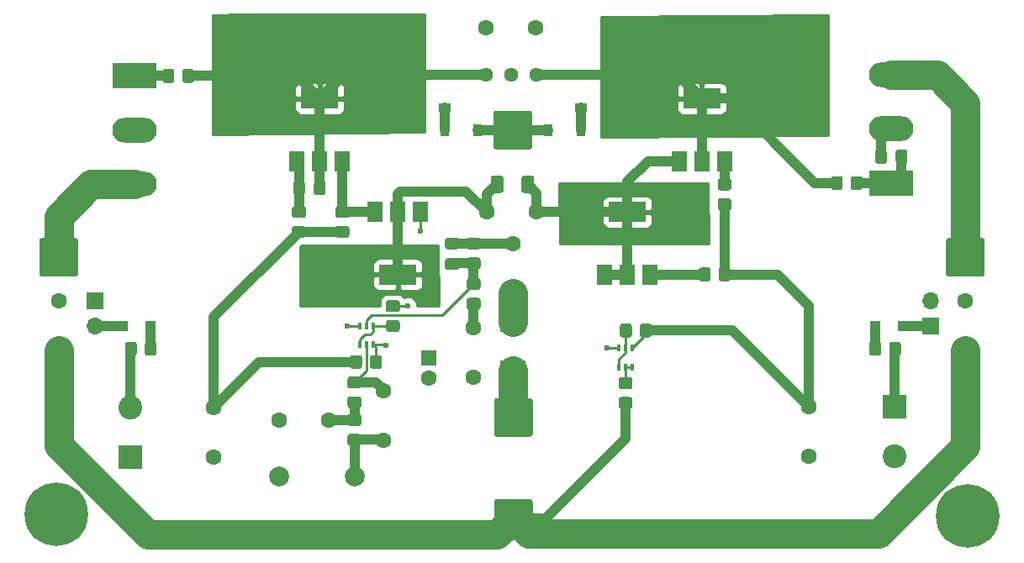
<source format=gbr>
G04 #@! TF.GenerationSoftware,KiCad,Pcbnew,(5.1.12-1-10_14)*
G04 #@! TF.CreationDate,2021-12-20T19:54:04+01:00*
G04 #@! TF.ProjectId,amp-mosfet-80w,616d702d-6d6f-4736-9665-742d3830772e,rev?*
G04 #@! TF.SameCoordinates,Original*
G04 #@! TF.FileFunction,Copper,L1,Top*
G04 #@! TF.FilePolarity,Positive*
%FSLAX46Y46*%
G04 Gerber Fmt 4.6, Leading zero omitted, Abs format (unit mm)*
G04 Created by KiCad (PCBNEW (5.1.12-1-10_14)) date 2021-12-20 19:54:04*
%MOMM*%
%LPD*%
G01*
G04 APERTURE LIST*
G04 #@! TA.AperFunction,SMDPad,CuDef*
%ADD10R,0.400000X0.650000*%
G04 #@! TD*
G04 #@! TA.AperFunction,SMDPad,CuDef*
%ADD11R,2.600000X2.100000*%
G04 #@! TD*
G04 #@! TA.AperFunction,ComponentPad*
%ADD12O,4.500000X2.500000*%
G04 #@! TD*
G04 #@! TA.AperFunction,ComponentPad*
%ADD13R,4.500000X2.500000*%
G04 #@! TD*
G04 #@! TA.AperFunction,SMDPad,CuDef*
%ADD14R,1.500000X2.000000*%
G04 #@! TD*
G04 #@! TA.AperFunction,SMDPad,CuDef*
%ADD15R,3.800000X2.000000*%
G04 #@! TD*
G04 #@! TA.AperFunction,SMDPad,CuDef*
%ADD16R,1.100000X1.100000*%
G04 #@! TD*
G04 #@! TA.AperFunction,SMDPad,CuDef*
%ADD17R,1.200000X0.900000*%
G04 #@! TD*
G04 #@! TA.AperFunction,SMDPad,CuDef*
%ADD18R,0.900000X1.200000*%
G04 #@! TD*
G04 #@! TA.AperFunction,ComponentPad*
%ADD19C,2.400000*%
G04 #@! TD*
G04 #@! TA.AperFunction,ComponentPad*
%ADD20R,2.400000X2.400000*%
G04 #@! TD*
G04 #@! TA.AperFunction,ComponentPad*
%ADD21C,2.000000*%
G04 #@! TD*
G04 #@! TA.AperFunction,ComponentPad*
%ADD22C,1.600000*%
G04 #@! TD*
G04 #@! TA.AperFunction,ComponentPad*
%ADD23C,1.440000*%
G04 #@! TD*
G04 #@! TA.AperFunction,ComponentPad*
%ADD24C,0.800000*%
G04 #@! TD*
G04 #@! TA.AperFunction,ComponentPad*
%ADD25C,6.400000*%
G04 #@! TD*
G04 #@! TA.AperFunction,ComponentPad*
%ADD26O,1.700000X1.700000*%
G04 #@! TD*
G04 #@! TA.AperFunction,ComponentPad*
%ADD27R,1.700000X1.700000*%
G04 #@! TD*
G04 #@! TA.AperFunction,ComponentPad*
%ADD28R,1.600000X1.600000*%
G04 #@! TD*
G04 #@! TA.AperFunction,ViaPad*
%ADD29C,0.800000*%
G04 #@! TD*
G04 #@! TA.AperFunction,ViaPad*
%ADD30C,0.600000*%
G04 #@! TD*
G04 #@! TA.AperFunction,Conductor*
%ADD31C,1.000000*%
G04 #@! TD*
G04 #@! TA.AperFunction,Conductor*
%ADD32C,3.000000*%
G04 #@! TD*
G04 #@! TA.AperFunction,Conductor*
%ADD33C,0.500000*%
G04 #@! TD*
G04 #@! TA.AperFunction,Conductor*
%ADD34C,0.250000*%
G04 #@! TD*
G04 #@! TA.AperFunction,Conductor*
%ADD35C,0.254000*%
G04 #@! TD*
G04 #@! TA.AperFunction,Conductor*
%ADD36C,0.100000*%
G04 #@! TD*
G04 APERTURE END LIST*
D10*
X170101500Y-78869500D03*
X171401500Y-78869500D03*
X170751500Y-80769500D03*
X170751500Y-78869500D03*
X171401500Y-80769500D03*
X170101500Y-80769500D03*
G04 #@! TA.AperFunction,SMDPad,CuDef*
G36*
G01*
X171383500Y-76638999D02*
X171383500Y-77539001D01*
G75*
G02*
X171133501Y-77789000I-249999J0D01*
G01*
X170433499Y-77789000D01*
G75*
G02*
X170183500Y-77539001I0J249999D01*
G01*
X170183500Y-76638999D01*
G75*
G02*
X170433499Y-76389000I249999J0D01*
G01*
X171133501Y-76389000D01*
G75*
G02*
X171383500Y-76638999I0J-249999D01*
G01*
G37*
G04 #@! TD.AperFunction*
G04 #@! TA.AperFunction,SMDPad,CuDef*
G36*
G01*
X173383500Y-76638999D02*
X173383500Y-77539001D01*
G75*
G02*
X173133501Y-77789000I-249999J0D01*
G01*
X172433499Y-77789000D01*
G75*
G02*
X172183500Y-77539001I0J249999D01*
G01*
X172183500Y-76638999D01*
G75*
G02*
X172433499Y-76389000I249999J0D01*
G01*
X173133501Y-76389000D01*
G75*
G02*
X173383500Y-76638999I0J-249999D01*
G01*
G37*
G04 #@! TD.AperFunction*
G04 #@! TA.AperFunction,SMDPad,CuDef*
G36*
G01*
X192624000Y-61779999D02*
X192624000Y-62680001D01*
G75*
G02*
X192374001Y-62930000I-249999J0D01*
G01*
X191673999Y-62930000D01*
G75*
G02*
X191424000Y-62680001I0J249999D01*
G01*
X191424000Y-61779999D01*
G75*
G02*
X191673999Y-61530000I249999J0D01*
G01*
X192374001Y-61530000D01*
G75*
G02*
X192624000Y-61779999I0J-249999D01*
G01*
G37*
G04 #@! TD.AperFunction*
G04 #@! TA.AperFunction,SMDPad,CuDef*
G36*
G01*
X194624000Y-61779999D02*
X194624000Y-62680001D01*
G75*
G02*
X194374001Y-62930000I-249999J0D01*
G01*
X193673999Y-62930000D01*
G75*
G02*
X193424000Y-62680001I0J249999D01*
G01*
X193424000Y-61779999D01*
G75*
G02*
X193673999Y-61530000I249999J0D01*
G01*
X194374001Y-61530000D01*
G75*
G02*
X194624000Y-61779999I0J-249999D01*
G01*
G37*
G04 #@! TD.AperFunction*
G04 #@! TA.AperFunction,SMDPad,CuDef*
G36*
G01*
X181171001Y-62973000D02*
X180270999Y-62973000D01*
G75*
G02*
X180021000Y-62723001I0J249999D01*
G01*
X180021000Y-62022999D01*
G75*
G02*
X180270999Y-61773000I249999J0D01*
G01*
X181171001Y-61773000D01*
G75*
G02*
X181421000Y-62022999I0J-249999D01*
G01*
X181421000Y-62723001D01*
G75*
G02*
X181171001Y-62973000I-249999J0D01*
G01*
G37*
G04 #@! TD.AperFunction*
G04 #@! TA.AperFunction,SMDPad,CuDef*
G36*
G01*
X181171001Y-64973000D02*
X180270999Y-64973000D01*
G75*
G02*
X180021000Y-64723001I0J249999D01*
G01*
X180021000Y-64022999D01*
G75*
G02*
X180270999Y-63773000I249999J0D01*
G01*
X181171001Y-63773000D01*
G75*
G02*
X181421000Y-64022999I0J-249999D01*
G01*
X181421000Y-64723001D01*
G75*
G02*
X181171001Y-64973000I-249999J0D01*
G01*
G37*
G04 #@! TD.AperFunction*
D11*
X159385000Y-81100000D03*
X159385000Y-76200000D03*
G04 #@! TA.AperFunction,SMDPad,CuDef*
G36*
G01*
X121536000Y-78480499D02*
X121536000Y-79380501D01*
G75*
G02*
X121286001Y-79630500I-249999J0D01*
G01*
X120585999Y-79630500D01*
G75*
G02*
X120336000Y-79380501I0J249999D01*
G01*
X120336000Y-78480499D01*
G75*
G02*
X120585999Y-78230500I249999J0D01*
G01*
X121286001Y-78230500D01*
G75*
G02*
X121536000Y-78480499I0J-249999D01*
G01*
G37*
G04 #@! TD.AperFunction*
G04 #@! TA.AperFunction,SMDPad,CuDef*
G36*
G01*
X123536000Y-78480499D02*
X123536000Y-79380501D01*
G75*
G02*
X123286001Y-79630500I-249999J0D01*
G01*
X122585999Y-79630500D01*
G75*
G02*
X122336000Y-79380501I0J249999D01*
G01*
X122336000Y-78480499D01*
G75*
G02*
X122585999Y-78230500I249999J0D01*
G01*
X123286001Y-78230500D01*
G75*
G02*
X123536000Y-78480499I0J-249999D01*
G01*
G37*
G04 #@! TD.AperFunction*
G04 #@! TA.AperFunction,SMDPad,CuDef*
G36*
G01*
X196497500Y-78480499D02*
X196497500Y-79380501D01*
G75*
G02*
X196247501Y-79630500I-249999J0D01*
G01*
X195547499Y-79630500D01*
G75*
G02*
X195297500Y-79380501I0J249999D01*
G01*
X195297500Y-78480499D01*
G75*
G02*
X195547499Y-78230500I249999J0D01*
G01*
X196247501Y-78230500D01*
G75*
G02*
X196497500Y-78480499I0J-249999D01*
G01*
G37*
G04 #@! TD.AperFunction*
G04 #@! TA.AperFunction,SMDPad,CuDef*
G36*
G01*
X198497500Y-78480499D02*
X198497500Y-79380501D01*
G75*
G02*
X198247501Y-79630500I-249999J0D01*
G01*
X197547499Y-79630500D01*
G75*
G02*
X197297500Y-79380501I0J249999D01*
G01*
X197297500Y-78480499D01*
G75*
G02*
X197547499Y-78230500I249999J0D01*
G01*
X198247501Y-78230500D01*
G75*
G02*
X198497500Y-78480499I0J-249999D01*
G01*
G37*
G04 #@! TD.AperFunction*
G04 #@! TA.AperFunction,SMDPad,CuDef*
G36*
G01*
X126114000Y-51885001D02*
X126114000Y-50984999D01*
G75*
G02*
X126363999Y-50735000I249999J0D01*
G01*
X127064001Y-50735000D01*
G75*
G02*
X127314000Y-50984999I0J-249999D01*
G01*
X127314000Y-51885001D01*
G75*
G02*
X127064001Y-52135000I-249999J0D01*
G01*
X126363999Y-52135000D01*
G75*
G02*
X126114000Y-51885001I0J249999D01*
G01*
G37*
G04 #@! TD.AperFunction*
G04 #@! TA.AperFunction,SMDPad,CuDef*
G36*
G01*
X124114000Y-51885001D02*
X124114000Y-50984999D01*
G75*
G02*
X124363999Y-50735000I249999J0D01*
G01*
X125064001Y-50735000D01*
G75*
G02*
X125314000Y-50984999I0J-249999D01*
G01*
X125314000Y-51885001D01*
G75*
G02*
X125064001Y-52135000I-249999J0D01*
G01*
X124363999Y-52135000D01*
G75*
G02*
X124114000Y-51885001I0J249999D01*
G01*
G37*
G04 #@! TD.AperFunction*
G04 #@! TA.AperFunction,SMDPad,CuDef*
G36*
G01*
X141789999Y-66551000D02*
X142690001Y-66551000D01*
G75*
G02*
X142940000Y-66800999I0J-249999D01*
G01*
X142940000Y-67501001D01*
G75*
G02*
X142690001Y-67751000I-249999J0D01*
G01*
X141789999Y-67751000D01*
G75*
G02*
X141540000Y-67501001I0J249999D01*
G01*
X141540000Y-66800999D01*
G75*
G02*
X141789999Y-66551000I249999J0D01*
G01*
G37*
G04 #@! TD.AperFunction*
G04 #@! TA.AperFunction,SMDPad,CuDef*
G36*
G01*
X141789999Y-64551000D02*
X142690001Y-64551000D01*
G75*
G02*
X142940000Y-64800999I0J-249999D01*
G01*
X142940000Y-65501001D01*
G75*
G02*
X142690001Y-65751000I-249999J0D01*
G01*
X141789999Y-65751000D01*
G75*
G02*
X141540000Y-65501001I0J249999D01*
G01*
X141540000Y-64800999D01*
G75*
G02*
X141789999Y-64551000I249999J0D01*
G01*
G37*
G04 #@! TD.AperFunction*
G04 #@! TA.AperFunction,SMDPad,CuDef*
G36*
G01*
X154997999Y-69726000D02*
X155898001Y-69726000D01*
G75*
G02*
X156148000Y-69975999I0J-249999D01*
G01*
X156148000Y-70676001D01*
G75*
G02*
X155898001Y-70926000I-249999J0D01*
G01*
X154997999Y-70926000D01*
G75*
G02*
X154748000Y-70676001I0J249999D01*
G01*
X154748000Y-69975999D01*
G75*
G02*
X154997999Y-69726000I249999J0D01*
G01*
G37*
G04 #@! TD.AperFunction*
G04 #@! TA.AperFunction,SMDPad,CuDef*
G36*
G01*
X154997999Y-67726000D02*
X155898001Y-67726000D01*
G75*
G02*
X156148000Y-67975999I0J-249999D01*
G01*
X156148000Y-68676001D01*
G75*
G02*
X155898001Y-68926000I-249999J0D01*
G01*
X154997999Y-68926000D01*
G75*
G02*
X154748000Y-68676001I0J249999D01*
G01*
X154748000Y-67975999D01*
G75*
G02*
X154997999Y-67726000I249999J0D01*
G01*
G37*
G04 #@! TD.AperFunction*
G04 #@! TA.AperFunction,SMDPad,CuDef*
G36*
G01*
X154997999Y-73790000D02*
X155898001Y-73790000D01*
G75*
G02*
X156148000Y-74039999I0J-249999D01*
G01*
X156148000Y-74740001D01*
G75*
G02*
X155898001Y-74990000I-249999J0D01*
G01*
X154997999Y-74990000D01*
G75*
G02*
X154748000Y-74740001I0J249999D01*
G01*
X154748000Y-74039999D01*
G75*
G02*
X154997999Y-73790000I249999J0D01*
G01*
G37*
G04 #@! TD.AperFunction*
G04 #@! TA.AperFunction,SMDPad,CuDef*
G36*
G01*
X154997999Y-71790000D02*
X155898001Y-71790000D01*
G75*
G02*
X156148000Y-72039999I0J-249999D01*
G01*
X156148000Y-72740001D01*
G75*
G02*
X155898001Y-72990000I-249999J0D01*
G01*
X154997999Y-72990000D01*
G75*
G02*
X154748000Y-72740001I0J249999D01*
G01*
X154748000Y-72039999D01*
G75*
G02*
X154997999Y-71790000I249999J0D01*
G01*
G37*
G04 #@! TD.AperFunction*
G04 #@! TA.AperFunction,SMDPad,CuDef*
G36*
G01*
X158459000Y-61732000D02*
X158459000Y-62982000D01*
G75*
G02*
X158209000Y-63232000I-250000J0D01*
G01*
X157409000Y-63232000D01*
G75*
G02*
X157159000Y-62982000I0J250000D01*
G01*
X157159000Y-61732000D01*
G75*
G02*
X157409000Y-61482000I250000J0D01*
G01*
X158209000Y-61482000D01*
G75*
G02*
X158459000Y-61732000I0J-250000D01*
G01*
G37*
G04 #@! TD.AperFunction*
G04 #@! TA.AperFunction,SMDPad,CuDef*
G36*
G01*
X161559000Y-61732000D02*
X161559000Y-62982000D01*
G75*
G02*
X161309000Y-63232000I-250000J0D01*
G01*
X160509000Y-63232000D01*
G75*
G02*
X160259000Y-62982000I0J250000D01*
G01*
X160259000Y-61732000D01*
G75*
G02*
X160509000Y-61482000I250000J0D01*
G01*
X161309000Y-61482000D01*
G75*
G02*
X161559000Y-61732000I0J-250000D01*
G01*
G37*
G04 #@! TD.AperFunction*
G04 #@! TA.AperFunction,SMDPad,CuDef*
G36*
G01*
X179321000Y-70987499D02*
X179321000Y-71887501D01*
G75*
G02*
X179071001Y-72137500I-249999J0D01*
G01*
X178370999Y-72137500D01*
G75*
G02*
X178121000Y-71887501I0J249999D01*
G01*
X178121000Y-70987499D01*
G75*
G02*
X178370999Y-70737500I249999J0D01*
G01*
X179071001Y-70737500D01*
G75*
G02*
X179321000Y-70987499I0J-249999D01*
G01*
G37*
G04 #@! TD.AperFunction*
G04 #@! TA.AperFunction,SMDPad,CuDef*
G36*
G01*
X181321000Y-70987499D02*
X181321000Y-71887501D01*
G75*
G02*
X181071001Y-72137500I-249999J0D01*
G01*
X180370999Y-72137500D01*
G75*
G02*
X180121000Y-71887501I0J249999D01*
G01*
X180121000Y-70987499D01*
G75*
G02*
X180370999Y-70737500I249999J0D01*
G01*
X181071001Y-70737500D01*
G75*
G02*
X181321000Y-70987499I0J-249999D01*
G01*
G37*
G04 #@! TD.AperFunction*
G04 #@! TA.AperFunction,SMDPad,CuDef*
G36*
G01*
X144205500Y-79813999D02*
X144205500Y-80714001D01*
G75*
G02*
X143955501Y-80964000I-249999J0D01*
G01*
X143255499Y-80964000D01*
G75*
G02*
X143005500Y-80714001I0J249999D01*
G01*
X143005500Y-79813999D01*
G75*
G02*
X143255499Y-79564000I249999J0D01*
G01*
X143955501Y-79564000D01*
G75*
G02*
X144205500Y-79813999I0J-249999D01*
G01*
G37*
G04 #@! TD.AperFunction*
G04 #@! TA.AperFunction,SMDPad,CuDef*
G36*
G01*
X146205500Y-79813999D02*
X146205500Y-80714001D01*
G75*
G02*
X145955501Y-80964000I-249999J0D01*
G01*
X145255499Y-80964000D01*
G75*
G02*
X145005500Y-80714001I0J249999D01*
G01*
X145005500Y-79813999D01*
G75*
G02*
X145255499Y-79564000I249999J0D01*
G01*
X145955501Y-79564000D01*
G75*
G02*
X146205500Y-79813999I0J-249999D01*
G01*
G37*
G04 #@! TD.AperFunction*
G04 #@! TA.AperFunction,SMDPad,CuDef*
G36*
G01*
X146869999Y-76028500D02*
X147770001Y-76028500D01*
G75*
G02*
X148020000Y-76278499I0J-249999D01*
G01*
X148020000Y-76978501D01*
G75*
G02*
X147770001Y-77228500I-249999J0D01*
G01*
X146869999Y-77228500D01*
G75*
G02*
X146620000Y-76978501I0J249999D01*
G01*
X146620000Y-76278499D01*
G75*
G02*
X146869999Y-76028500I249999J0D01*
G01*
G37*
G04 #@! TD.AperFunction*
G04 #@! TA.AperFunction,SMDPad,CuDef*
G36*
G01*
X146869999Y-74028500D02*
X147770001Y-74028500D01*
G75*
G02*
X148020000Y-74278499I0J-249999D01*
G01*
X148020000Y-74978501D01*
G75*
G02*
X147770001Y-75228500I-249999J0D01*
G01*
X146869999Y-75228500D01*
G75*
G02*
X146620000Y-74978501I0J249999D01*
G01*
X146620000Y-74278499D01*
G75*
G02*
X146869999Y-74028500I249999J0D01*
G01*
G37*
G04 #@! TD.AperFunction*
G04 #@! TA.AperFunction,SMDPad,CuDef*
G36*
G01*
X137408499Y-66551000D02*
X138308501Y-66551000D01*
G75*
G02*
X138558500Y-66800999I0J-249999D01*
G01*
X138558500Y-67501001D01*
G75*
G02*
X138308501Y-67751000I-249999J0D01*
G01*
X137408499Y-67751000D01*
G75*
G02*
X137158500Y-67501001I0J249999D01*
G01*
X137158500Y-66800999D01*
G75*
G02*
X137408499Y-66551000I249999J0D01*
G01*
G37*
G04 #@! TD.AperFunction*
G04 #@! TA.AperFunction,SMDPad,CuDef*
G36*
G01*
X137408499Y-64551000D02*
X138308501Y-64551000D01*
G75*
G02*
X138558500Y-64800999I0J-249999D01*
G01*
X138558500Y-65501001D01*
G75*
G02*
X138308501Y-65751000I-249999J0D01*
G01*
X137408499Y-65751000D01*
G75*
G02*
X137158500Y-65501001I0J249999D01*
G01*
X137158500Y-64800999D01*
G75*
G02*
X137408499Y-64551000I249999J0D01*
G01*
G37*
G04 #@! TD.AperFunction*
G04 #@! TA.AperFunction,SMDPad,CuDef*
G36*
G01*
X170301499Y-83791500D02*
X171201501Y-83791500D01*
G75*
G02*
X171451500Y-84041499I0J-249999D01*
G01*
X171451500Y-84741501D01*
G75*
G02*
X171201501Y-84991500I-249999J0D01*
G01*
X170301499Y-84991500D01*
G75*
G02*
X170051500Y-84741501I0J249999D01*
G01*
X170051500Y-84041499D01*
G75*
G02*
X170301499Y-83791500I249999J0D01*
G01*
G37*
G04 #@! TD.AperFunction*
G04 #@! TA.AperFunction,SMDPad,CuDef*
G36*
G01*
X170301499Y-81791500D02*
X171201501Y-81791500D01*
G75*
G02*
X171451500Y-82041499I0J-249999D01*
G01*
X171451500Y-82741501D01*
G75*
G02*
X171201501Y-82991500I-249999J0D01*
G01*
X170301499Y-82991500D01*
G75*
G02*
X170051500Y-82741501I0J249999D01*
G01*
X170051500Y-82041499D01*
G75*
G02*
X170301499Y-81791500I249999J0D01*
G01*
G37*
G04 #@! TD.AperFunction*
G04 #@! TA.AperFunction,SMDPad,CuDef*
G36*
G01*
X142996499Y-83728000D02*
X143896501Y-83728000D01*
G75*
G02*
X144146500Y-83977999I0J-249999D01*
G01*
X144146500Y-84678001D01*
G75*
G02*
X143896501Y-84928000I-249999J0D01*
G01*
X142996499Y-84928000D01*
G75*
G02*
X142746500Y-84678001I0J249999D01*
G01*
X142746500Y-83977999D01*
G75*
G02*
X142996499Y-83728000I249999J0D01*
G01*
G37*
G04 #@! TD.AperFunction*
G04 #@! TA.AperFunction,SMDPad,CuDef*
G36*
G01*
X142996499Y-81728000D02*
X143896501Y-81728000D01*
G75*
G02*
X144146500Y-81977999I0J-249999D01*
G01*
X144146500Y-82678001D01*
G75*
G02*
X143896501Y-82928000I-249999J0D01*
G01*
X142996499Y-82928000D01*
G75*
G02*
X142746500Y-82678001I0J249999D01*
G01*
X142746500Y-81977999D01*
G75*
G02*
X142996499Y-81728000I249999J0D01*
G01*
G37*
G04 #@! TD.AperFunction*
G04 #@! TA.AperFunction,SMDPad,CuDef*
G36*
G01*
X142996499Y-87506000D02*
X143896501Y-87506000D01*
G75*
G02*
X144146500Y-87755999I0J-249999D01*
G01*
X144146500Y-88456001D01*
G75*
G02*
X143896501Y-88706000I-249999J0D01*
G01*
X142996499Y-88706000D01*
G75*
G02*
X142746500Y-88456001I0J249999D01*
G01*
X142746500Y-87755999D01*
G75*
G02*
X142996499Y-87506000I249999J0D01*
G01*
G37*
G04 #@! TD.AperFunction*
G04 #@! TA.AperFunction,SMDPad,CuDef*
G36*
G01*
X142996499Y-85506000D02*
X143896501Y-85506000D01*
G75*
G02*
X144146500Y-85755999I0J-249999D01*
G01*
X144146500Y-86456001D01*
G75*
G02*
X143896501Y-86706000I-249999J0D01*
G01*
X142996499Y-86706000D01*
G75*
G02*
X142746500Y-86456001I0J249999D01*
G01*
X142746500Y-85755999D01*
G75*
G02*
X142996499Y-85506000I249999J0D01*
G01*
G37*
G04 #@! TD.AperFunction*
D12*
X197485000Y-51308000D03*
X197485000Y-56758000D03*
D13*
X197485000Y-62208000D03*
D12*
X121285000Y-62335000D03*
X121285000Y-56885000D03*
D13*
X121285000Y-51435000D03*
D14*
X137654000Y-60021000D03*
X142254000Y-60021000D03*
X139954000Y-60021000D03*
D15*
X139954000Y-53721000D03*
D14*
X176135000Y-60021000D03*
X180735000Y-60021000D03*
X178435000Y-60021000D03*
D15*
X178435000Y-53721000D03*
D14*
X168642000Y-71451000D03*
X173242000Y-71451000D03*
X170942000Y-71451000D03*
D15*
X170942000Y-65151000D03*
D14*
X150128000Y-65151000D03*
X145528000Y-65151000D03*
X147828000Y-65151000D03*
D15*
X147828000Y-71451000D03*
D10*
X144005500Y-76632000D03*
X145305500Y-76632000D03*
X144655500Y-78532000D03*
X144655500Y-76632000D03*
X145305500Y-78532000D03*
X144005500Y-78532000D03*
D16*
X122942000Y-76644500D03*
X120142000Y-76644500D03*
X198691500Y-76644500D03*
X195891500Y-76644500D03*
D17*
X152527000Y-51308000D03*
X152527000Y-54608000D03*
D18*
X155828000Y-56896000D03*
X152528000Y-56896000D03*
X162942000Y-56896000D03*
X166242000Y-56896000D03*
D17*
X166243000Y-51308000D03*
X166243000Y-54608000D03*
G04 #@! TA.AperFunction,SMDPad,CuDef*
G36*
G01*
X152814000Y-69813500D02*
X153764000Y-69813500D01*
G75*
G02*
X154014000Y-70063500I0J-250000D01*
G01*
X154014000Y-70738500D01*
G75*
G02*
X153764000Y-70988500I-250000J0D01*
G01*
X152814000Y-70988500D01*
G75*
G02*
X152564000Y-70738500I0J250000D01*
G01*
X152564000Y-70063500D01*
G75*
G02*
X152814000Y-69813500I250000J0D01*
G01*
G37*
G04 #@! TD.AperFunction*
G04 #@! TA.AperFunction,SMDPad,CuDef*
G36*
G01*
X152814000Y-67738500D02*
X153764000Y-67738500D01*
G75*
G02*
X154014000Y-67988500I0J-250000D01*
G01*
X154014000Y-68663500D01*
G75*
G02*
X153764000Y-68913500I-250000J0D01*
G01*
X152814000Y-68913500D01*
G75*
G02*
X152564000Y-68663500I0J250000D01*
G01*
X152564000Y-67988500D01*
G75*
G02*
X152814000Y-67738500I250000J0D01*
G01*
G37*
G04 #@! TD.AperFunction*
D19*
X120904000Y-84836000D03*
D20*
X120904000Y-89836000D03*
D19*
X197866000Y-89772500D03*
D20*
X197866000Y-84772500D03*
G04 #@! TA.AperFunction,SMDPad,CuDef*
G36*
G01*
X197956500Y-60038000D02*
X197956500Y-59088000D01*
G75*
G02*
X198206500Y-58838000I250000J0D01*
G01*
X198881500Y-58838000D01*
G75*
G02*
X199131500Y-59088000I0J-250000D01*
G01*
X199131500Y-60038000D01*
G75*
G02*
X198881500Y-60288000I-250000J0D01*
G01*
X198206500Y-60288000D01*
G75*
G02*
X197956500Y-60038000I0J250000D01*
G01*
G37*
G04 #@! TD.AperFunction*
G04 #@! TA.AperFunction,SMDPad,CuDef*
G36*
G01*
X195881500Y-60038000D02*
X195881500Y-59088000D01*
G75*
G02*
X196131500Y-58838000I250000J0D01*
G01*
X196806500Y-58838000D01*
G75*
G02*
X197056500Y-59088000I0J-250000D01*
G01*
X197056500Y-60038000D01*
G75*
G02*
X196806500Y-60288000I-250000J0D01*
G01*
X196131500Y-60288000D01*
G75*
G02*
X195881500Y-60038000I0J250000D01*
G01*
G37*
G04 #@! TD.AperFunction*
G04 #@! TA.AperFunction,SMDPad,CuDef*
G36*
G01*
X139366500Y-63213000D02*
X139366500Y-62263000D01*
G75*
G02*
X139616500Y-62013000I250000J0D01*
G01*
X140291500Y-62013000D01*
G75*
G02*
X140541500Y-62263000I0J-250000D01*
G01*
X140541500Y-63213000D01*
G75*
G02*
X140291500Y-63463000I-250000J0D01*
G01*
X139616500Y-63463000D01*
G75*
G02*
X139366500Y-63213000I0J250000D01*
G01*
G37*
G04 #@! TD.AperFunction*
G04 #@! TA.AperFunction,SMDPad,CuDef*
G36*
G01*
X137291500Y-63213000D02*
X137291500Y-62263000D01*
G75*
G02*
X137541500Y-62013000I250000J0D01*
G01*
X138216500Y-62013000D01*
G75*
G02*
X138466500Y-62263000I0J-250000D01*
G01*
X138466500Y-63213000D01*
G75*
G02*
X138216500Y-63463000I-250000J0D01*
G01*
X137541500Y-63463000D01*
G75*
G02*
X137291500Y-63213000I0J250000D01*
G01*
G37*
G04 #@! TD.AperFunction*
D21*
X143446500Y-91821000D03*
X135890000Y-91821000D03*
D22*
X113665000Y-74104500D03*
X113665000Y-79104500D03*
X204978000Y-79104500D03*
X204978000Y-74104500D03*
D23*
X156718000Y-51308000D03*
X159258000Y-51308000D03*
X161798000Y-51308000D03*
D24*
X206929056Y-94060944D03*
X205232000Y-93358000D03*
X203534944Y-94060944D03*
X202832000Y-95758000D03*
X203534944Y-97455056D03*
X205232000Y-98158000D03*
X206929056Y-97455056D03*
X207632000Y-95758000D03*
D25*
X205232000Y-95758000D03*
D24*
X115108056Y-93933944D03*
X113411000Y-93231000D03*
X111713944Y-93933944D03*
X111011000Y-95631000D03*
X111713944Y-97328056D03*
X113411000Y-98031000D03*
X115108056Y-97328056D03*
X115811000Y-95631000D03*
D25*
X113411000Y-95631000D03*
D26*
X117284500Y-76644500D03*
D27*
X117284500Y-74104500D03*
D26*
X201485500Y-74104500D03*
D27*
X201485500Y-76644500D03*
G04 #@! TA.AperFunction,ComponentPad*
G36*
G01*
X157498500Y-97711999D02*
X157498500Y-94312001D01*
G75*
G02*
X157748501Y-94062000I250001J0D01*
G01*
X161148499Y-94062000D01*
G75*
G02*
X161398500Y-94312001I0J-250001D01*
G01*
X161398500Y-97711999D01*
G75*
G02*
X161148499Y-97962000I-250001J0D01*
G01*
X157748501Y-97962000D01*
G75*
G02*
X157498500Y-97711999I0J250001D01*
G01*
G37*
G04 #@! TD.AperFunction*
G04 #@! TA.AperFunction,ComponentPad*
G36*
G01*
X157498500Y-87551999D02*
X157498500Y-84152001D01*
G75*
G02*
X157748501Y-83902000I250001J0D01*
G01*
X161148499Y-83902000D01*
G75*
G02*
X161398500Y-84152001I0J-250001D01*
G01*
X161398500Y-87551999D01*
G75*
G02*
X161148499Y-87802000I-250001J0D01*
G01*
X157748501Y-87802000D01*
G75*
G02*
X157498500Y-87551999I0J250001D01*
G01*
G37*
G04 #@! TD.AperFunction*
G04 #@! TA.AperFunction,ComponentPad*
G36*
G01*
X157435000Y-58595999D02*
X157435000Y-55196001D01*
G75*
G02*
X157685001Y-54946000I250001J0D01*
G01*
X161084999Y-54946000D01*
G75*
G02*
X161335000Y-55196001I0J-250001D01*
G01*
X161335000Y-58595999D01*
G75*
G02*
X161084999Y-58846000I-250001J0D01*
G01*
X157685001Y-58846000D01*
G75*
G02*
X157435000Y-58595999I0J250001D01*
G01*
G37*
G04 #@! TD.AperFunction*
G04 #@! TA.AperFunction,ComponentPad*
G36*
G01*
X111715000Y-71422999D02*
X111715000Y-68023001D01*
G75*
G02*
X111965001Y-67773000I250001J0D01*
G01*
X115364999Y-67773000D01*
G75*
G02*
X115615000Y-68023001I0J-250001D01*
G01*
X115615000Y-71422999D01*
G75*
G02*
X115364999Y-71673000I-250001J0D01*
G01*
X111965001Y-71673000D01*
G75*
G02*
X111715000Y-71422999I0J250001D01*
G01*
G37*
G04 #@! TD.AperFunction*
G04 #@! TA.AperFunction,ComponentPad*
G36*
G01*
X203028000Y-71422999D02*
X203028000Y-68023001D01*
G75*
G02*
X203278001Y-67773000I250001J0D01*
G01*
X206677999Y-67773000D01*
G75*
G02*
X206928000Y-68023001I0J-250001D01*
G01*
X206928000Y-71422999D01*
G75*
G02*
X206677999Y-71673000I-250001J0D01*
G01*
X203278001Y-71673000D01*
G75*
G02*
X203028000Y-71422999I0J250001D01*
G01*
G37*
G04 #@! TD.AperFunction*
D22*
X159385000Y-73326000D03*
X159385000Y-68326000D03*
X129286000Y-84836000D03*
X129286000Y-89836000D03*
X189230000Y-89789000D03*
X189230000Y-84789000D03*
X161718000Y-46609000D03*
X156718000Y-46609000D03*
X155448000Y-81835000D03*
X155448000Y-76835000D03*
X150939500Y-81883000D03*
D28*
X150939500Y-79883000D03*
D22*
X156798000Y-65151000D03*
X161798000Y-65151000D03*
X146367500Y-88121500D03*
X146367500Y-83121500D03*
X135890000Y-86106000D03*
X140890000Y-86106000D03*
D29*
X137858500Y-64008000D03*
D30*
X142748000Y-76644500D03*
X146621500Y-78549500D03*
X150114000Y-67056000D03*
X168846500Y-78867000D03*
X148844000Y-74612500D03*
D31*
X140890000Y-86106000D02*
X143446500Y-86106000D01*
X143446500Y-86106000D02*
X143446500Y-84328000D01*
D32*
X113665000Y-88632998D02*
X122695002Y-97663000D01*
X113665000Y-79104500D02*
X113665000Y-88632998D01*
X157797500Y-97663000D02*
X159448500Y-96012000D01*
X122695002Y-97663000D02*
X157797500Y-97663000D01*
X204978000Y-88759998D02*
X196201998Y-97536000D01*
X204978000Y-79104500D02*
X204978000Y-88759998D01*
X160972500Y-97536000D02*
X159448500Y-96012000D01*
X196201998Y-97536000D02*
X160972500Y-97536000D01*
X159385000Y-85788500D02*
X159448500Y-85852000D01*
X159385000Y-81100000D02*
X159385000Y-85788500D01*
D33*
X159448500Y-96012000D02*
X159448500Y-95694500D01*
D31*
X159448500Y-96012000D02*
X162687000Y-96012000D01*
X170751500Y-87947500D02*
X170751500Y-84391500D01*
X162687000Y-96012000D02*
X170751500Y-87947500D01*
X143446500Y-91821000D02*
X143446500Y-88106000D01*
X146352000Y-88106000D02*
X146367500Y-88121500D01*
X143446500Y-88106000D02*
X146352000Y-88106000D01*
X145574000Y-82328000D02*
X146367500Y-83121500D01*
X143446500Y-82328000D02*
X145574000Y-82328000D01*
D34*
X144655500Y-81119000D02*
X143446500Y-82328000D01*
X144655500Y-78532000D02*
X144655500Y-81119000D01*
D31*
X156798000Y-65151000D02*
X154702500Y-63055500D01*
X154702500Y-63055500D02*
X148082000Y-63055500D01*
X147828000Y-63309500D02*
X147828000Y-65151000D01*
X148082000Y-63055500D02*
X147828000Y-63309500D01*
X156798000Y-63368000D02*
X157809000Y-62357000D01*
X156798000Y-65151000D02*
X156798000Y-63368000D01*
X147828000Y-65151000D02*
X147828000Y-71451000D01*
D33*
X170942000Y-65151000D02*
X171005000Y-65151000D01*
D31*
X176135000Y-60021000D02*
X173024000Y-60021000D01*
X170942000Y-62103000D02*
X170942000Y-65151000D01*
X173024000Y-60021000D02*
X170942000Y-62103000D01*
X170942000Y-71451000D02*
X170942000Y-65151000D01*
X170942000Y-71451000D02*
X168642000Y-71451000D01*
X161798000Y-63246000D02*
X160909000Y-62357000D01*
X161798000Y-65151000D02*
X161798000Y-63246000D01*
X170942000Y-65151000D02*
X161798000Y-65151000D01*
X155448000Y-76835000D02*
X155448000Y-74390000D01*
X155448000Y-72390000D02*
X155448000Y-70326000D01*
X153364000Y-70326000D02*
X153289000Y-70401000D01*
X155448000Y-70326000D02*
X153364000Y-70326000D01*
D34*
X145158990Y-75553510D02*
X152284490Y-75553510D01*
X152284490Y-75553510D02*
X155448000Y-72390000D01*
X144655500Y-76057000D02*
X145158990Y-75553510D01*
X144655500Y-76632000D02*
X144655500Y-76057000D01*
D31*
X196469000Y-57774000D02*
X197485000Y-56758000D01*
X196469000Y-59563000D02*
X196469000Y-57774000D01*
X162942000Y-56896000D02*
X159385000Y-56896000D01*
X155828000Y-56896000D02*
X159385000Y-56896000D01*
X159385000Y-68326000D02*
X155448000Y-68326000D01*
X155448000Y-68326000D02*
X153289000Y-68326000D01*
X178435000Y-60021000D02*
X178435000Y-53721000D01*
X178435000Y-53721000D02*
X181292500Y-53721000D01*
X189801500Y-62230000D02*
X192024000Y-62230000D01*
X181292500Y-53721000D02*
X189801500Y-62230000D01*
X176022000Y-51308000D02*
X178435000Y-53721000D01*
X166243000Y-51308000D02*
X176022000Y-51308000D01*
X166243000Y-51308000D02*
X161798000Y-51308000D01*
X156718000Y-51308000D02*
X152527000Y-51308000D01*
X142367000Y-51308000D02*
X139954000Y-53721000D01*
X152527000Y-51308000D02*
X142367000Y-51308000D01*
X139954000Y-60021000D02*
X139954000Y-53721000D01*
X137668000Y-51435000D02*
X139954000Y-53721000D01*
X126714000Y-51435000D02*
X137668000Y-51435000D01*
X139954000Y-62738000D02*
X139954000Y-60021000D01*
D33*
X137654000Y-62513000D02*
X137879000Y-62738000D01*
D31*
X137879000Y-60246000D02*
X137654000Y-60021000D01*
X137879000Y-62738000D02*
X137879000Y-60246000D01*
X137858500Y-62758500D02*
X137879000Y-62738000D01*
X137858500Y-65151000D02*
X137858500Y-64008000D01*
X137858500Y-64008000D02*
X137858500Y-62758500D01*
D34*
X142760500Y-76632000D02*
X142748000Y-76644500D01*
X144005500Y-76632000D02*
X142760500Y-76632000D01*
D31*
X197866000Y-78962000D02*
X197897500Y-78930500D01*
X197866000Y-84772500D02*
X197866000Y-78962000D01*
D34*
X172783500Y-77487500D02*
X171401500Y-78869500D01*
X172783500Y-77089000D02*
X172783500Y-77487500D01*
D31*
X180721000Y-71437500D02*
X180721000Y-64373000D01*
X189230000Y-84789000D02*
X189230000Y-74612500D01*
X186055000Y-71437500D02*
X180721000Y-71437500D01*
X189230000Y-74612500D02*
X186055000Y-71437500D01*
X189230000Y-84789000D02*
X181530000Y-77089000D01*
X181530000Y-77089000D02*
X172783500Y-77089000D01*
X120904000Y-78962500D02*
X120936000Y-78930500D01*
X120904000Y-84836000D02*
X120904000Y-78962500D01*
X133858000Y-80264000D02*
X129286000Y-84836000D01*
X143605500Y-80264000D02*
X133858000Y-80264000D01*
X129286000Y-75723500D02*
X137858500Y-67151000D01*
X129286000Y-84836000D02*
X129286000Y-75723500D01*
X137858500Y-67151000D02*
X142240000Y-67151000D01*
D32*
X159385000Y-73326000D02*
X159385000Y-76200000D01*
D31*
X198544000Y-61149000D02*
X197485000Y-62208000D01*
X198544000Y-59563000D02*
X198544000Y-61149000D01*
X194046000Y-62208000D02*
X194024000Y-62230000D01*
X197485000Y-62208000D02*
X194046000Y-62208000D01*
D33*
X166242000Y-54609000D02*
X166243000Y-54608000D01*
D31*
X166243000Y-56895000D02*
X166242000Y-56896000D01*
X166243000Y-54608000D02*
X166243000Y-56895000D01*
X152528000Y-54609000D02*
X152527000Y-54608000D01*
X152528000Y-56896000D02*
X152528000Y-54609000D01*
X201485500Y-76644500D02*
X198691500Y-76644500D01*
X195891500Y-78924500D02*
X195897500Y-78930500D01*
X195891500Y-76644500D02*
X195891500Y-78924500D01*
X122936000Y-76650500D02*
X122942000Y-76644500D01*
X122936000Y-78930500D02*
X122936000Y-76650500D01*
X120142000Y-76644500D02*
X117284500Y-76644500D01*
D34*
X145605500Y-78832000D02*
X145305500Y-78532000D01*
X145605500Y-80264000D02*
X145605500Y-78832000D01*
X146604000Y-78532000D02*
X146621500Y-78549500D01*
X145305500Y-78532000D02*
X146604000Y-78532000D01*
X150114000Y-65165000D02*
X150128000Y-65151000D01*
X150114000Y-67056000D02*
X150114000Y-65165000D01*
D31*
X124714000Y-51435000D02*
X121285000Y-51435000D01*
D32*
X204978000Y-69723000D02*
X204978000Y-54165500D01*
X202120500Y-51308000D02*
X197485000Y-51308000D01*
X204978000Y-54165500D02*
X202120500Y-51308000D01*
X113665000Y-69723000D02*
X113665000Y-65595500D01*
X116925500Y-62335000D02*
X121285000Y-62335000D01*
X113665000Y-65595500D02*
X116925500Y-62335000D01*
D34*
X147316500Y-76632000D02*
X147320000Y-76628500D01*
X145305500Y-76632000D02*
X147316500Y-76632000D01*
X145305500Y-77207000D02*
X145042500Y-77470000D01*
X145305500Y-76632000D02*
X145305500Y-77207000D01*
X144005500Y-77957000D02*
X144005500Y-78532000D01*
X144492500Y-77470000D02*
X144005500Y-77957000D01*
X145042500Y-77470000D02*
X144492500Y-77470000D01*
X168849000Y-78869500D02*
X168846500Y-78867000D01*
X170101500Y-78869500D02*
X168849000Y-78869500D01*
X148828000Y-74628500D02*
X148844000Y-74612500D01*
X147320000Y-74628500D02*
X148828000Y-74628500D01*
D31*
X145528000Y-65151000D02*
X142240000Y-65151000D01*
X142240000Y-60035000D02*
X142254000Y-60021000D01*
X142240000Y-65151000D02*
X142240000Y-60035000D01*
X173255500Y-71437500D02*
X173242000Y-71451000D01*
X178721000Y-71437500D02*
X173255500Y-71437500D01*
X180721000Y-60035000D02*
X180735000Y-60021000D01*
X180721000Y-62373000D02*
X180721000Y-60035000D01*
D34*
X170751500Y-82391500D02*
X170751500Y-80769500D01*
X170751500Y-80769500D02*
X171401500Y-80769500D01*
X170751500Y-79329502D02*
X170751500Y-78869500D01*
X170101500Y-79979502D02*
X170751500Y-79329502D01*
X170101500Y-80769500D02*
X170101500Y-79979502D01*
X170751500Y-77121000D02*
X170783500Y-77089000D01*
X170751500Y-78869500D02*
X170751500Y-77121000D01*
D35*
X191135000Y-57405215D02*
X168275000Y-57625023D01*
X168275000Y-54721000D01*
X175896928Y-54721000D01*
X175909188Y-54845482D01*
X175945498Y-54965180D01*
X176004463Y-55075494D01*
X176083815Y-55172185D01*
X176180506Y-55251537D01*
X176290820Y-55310502D01*
X176410518Y-55346812D01*
X176535000Y-55359072D01*
X178149250Y-55356000D01*
X178308000Y-55197250D01*
X178308000Y-53848000D01*
X178562000Y-53848000D01*
X178562000Y-55197250D01*
X178720750Y-55356000D01*
X180335000Y-55359072D01*
X180459482Y-55346812D01*
X180579180Y-55310502D01*
X180689494Y-55251537D01*
X180786185Y-55172185D01*
X180865537Y-55075494D01*
X180924502Y-54965180D01*
X180960812Y-54845482D01*
X180973072Y-54721000D01*
X180970000Y-54006750D01*
X180811250Y-53848000D01*
X178562000Y-53848000D01*
X178308000Y-53848000D01*
X176058750Y-53848000D01*
X175900000Y-54006750D01*
X175896928Y-54721000D01*
X168275000Y-54721000D01*
X168275000Y-52721000D01*
X175896928Y-52721000D01*
X175900000Y-53435250D01*
X176058750Y-53594000D01*
X178308000Y-53594000D01*
X178308000Y-52244750D01*
X178562000Y-52244750D01*
X178562000Y-53594000D01*
X180811250Y-53594000D01*
X180970000Y-53435250D01*
X180973072Y-52721000D01*
X180960812Y-52596518D01*
X180924502Y-52476820D01*
X180865537Y-52366506D01*
X180786185Y-52269815D01*
X180689494Y-52190463D01*
X180579180Y-52131498D01*
X180459482Y-52095188D01*
X180335000Y-52082928D01*
X178720750Y-52086000D01*
X178562000Y-52244750D01*
X178308000Y-52244750D01*
X178149250Y-52086000D01*
X176535000Y-52082928D01*
X176410518Y-52095188D01*
X176290820Y-52131498D01*
X176180506Y-52190463D01*
X176083815Y-52269815D01*
X176004463Y-52366506D01*
X175945498Y-52476820D01*
X175909188Y-52596518D01*
X175896928Y-52721000D01*
X168275000Y-52721000D01*
X168275000Y-45496535D01*
X191135000Y-45276727D01*
X191135000Y-57405215D01*
G04 #@! TA.AperFunction,Conductor*
D36*
G36*
X191135000Y-57405215D02*
G01*
X168275000Y-57625023D01*
X168275000Y-54721000D01*
X175896928Y-54721000D01*
X175909188Y-54845482D01*
X175945498Y-54965180D01*
X176004463Y-55075494D01*
X176083815Y-55172185D01*
X176180506Y-55251537D01*
X176290820Y-55310502D01*
X176410518Y-55346812D01*
X176535000Y-55359072D01*
X178149250Y-55356000D01*
X178308000Y-55197250D01*
X178308000Y-53848000D01*
X178562000Y-53848000D01*
X178562000Y-55197250D01*
X178720750Y-55356000D01*
X180335000Y-55359072D01*
X180459482Y-55346812D01*
X180579180Y-55310502D01*
X180689494Y-55251537D01*
X180786185Y-55172185D01*
X180865537Y-55075494D01*
X180924502Y-54965180D01*
X180960812Y-54845482D01*
X180973072Y-54721000D01*
X180970000Y-54006750D01*
X180811250Y-53848000D01*
X178562000Y-53848000D01*
X178308000Y-53848000D01*
X176058750Y-53848000D01*
X175900000Y-54006750D01*
X175896928Y-54721000D01*
X168275000Y-54721000D01*
X168275000Y-52721000D01*
X175896928Y-52721000D01*
X175900000Y-53435250D01*
X176058750Y-53594000D01*
X178308000Y-53594000D01*
X178308000Y-52244750D01*
X178562000Y-52244750D01*
X178562000Y-53594000D01*
X180811250Y-53594000D01*
X180970000Y-53435250D01*
X180973072Y-52721000D01*
X180960812Y-52596518D01*
X180924502Y-52476820D01*
X180865537Y-52366506D01*
X180786185Y-52269815D01*
X180689494Y-52190463D01*
X180579180Y-52131498D01*
X180459482Y-52095188D01*
X180335000Y-52082928D01*
X178720750Y-52086000D01*
X178562000Y-52244750D01*
X178308000Y-52244750D01*
X178149250Y-52086000D01*
X176535000Y-52082928D01*
X176410518Y-52095188D01*
X176290820Y-52131498D01*
X176180506Y-52190463D01*
X176083815Y-52269815D01*
X176004463Y-52366506D01*
X175945498Y-52476820D01*
X175909188Y-52596518D01*
X175896928Y-52721000D01*
X168275000Y-52721000D01*
X168275000Y-45496535D01*
X191135000Y-45276727D01*
X191135000Y-57405215D01*
G37*
G04 #@! TD.AperFunction*
D35*
X150495000Y-57087986D02*
X129159000Y-57338997D01*
X129159000Y-54721000D01*
X137415928Y-54721000D01*
X137428188Y-54845482D01*
X137464498Y-54965180D01*
X137523463Y-55075494D01*
X137602815Y-55172185D01*
X137699506Y-55251537D01*
X137809820Y-55310502D01*
X137929518Y-55346812D01*
X138054000Y-55359072D01*
X139668250Y-55356000D01*
X139827000Y-55197250D01*
X139827000Y-53848000D01*
X140081000Y-53848000D01*
X140081000Y-55197250D01*
X140239750Y-55356000D01*
X141854000Y-55359072D01*
X141978482Y-55346812D01*
X142098180Y-55310502D01*
X142208494Y-55251537D01*
X142305185Y-55172185D01*
X142384537Y-55075494D01*
X142443502Y-54965180D01*
X142479812Y-54845482D01*
X142492072Y-54721000D01*
X142489000Y-54006750D01*
X142330250Y-53848000D01*
X140081000Y-53848000D01*
X139827000Y-53848000D01*
X137577750Y-53848000D01*
X137419000Y-54006750D01*
X137415928Y-54721000D01*
X129159000Y-54721000D01*
X129159000Y-52721000D01*
X137415928Y-52721000D01*
X137419000Y-53435250D01*
X137577750Y-53594000D01*
X139827000Y-53594000D01*
X139827000Y-52244750D01*
X140081000Y-52244750D01*
X140081000Y-53594000D01*
X142330250Y-53594000D01*
X142489000Y-53435250D01*
X142492072Y-52721000D01*
X142479812Y-52596518D01*
X142443502Y-52476820D01*
X142384537Y-52366506D01*
X142305185Y-52269815D01*
X142208494Y-52190463D01*
X142098180Y-52131498D01*
X141978482Y-52095188D01*
X141854000Y-52082928D01*
X140239750Y-52086000D01*
X140081000Y-52244750D01*
X139827000Y-52244750D01*
X139668250Y-52086000D01*
X138054000Y-52082928D01*
X137929518Y-52095188D01*
X137809820Y-52131498D01*
X137699506Y-52190463D01*
X137602815Y-52269815D01*
X137523463Y-52366506D01*
X137464498Y-52476820D01*
X137428188Y-52596518D01*
X137415928Y-52721000D01*
X129159000Y-52721000D01*
X129159000Y-45274014D01*
X132305200Y-45237000D01*
X150495000Y-45237000D01*
X150495000Y-57087986D01*
G04 #@! TA.AperFunction,Conductor*
D36*
G36*
X150495000Y-57087986D02*
G01*
X129159000Y-57338997D01*
X129159000Y-54721000D01*
X137415928Y-54721000D01*
X137428188Y-54845482D01*
X137464498Y-54965180D01*
X137523463Y-55075494D01*
X137602815Y-55172185D01*
X137699506Y-55251537D01*
X137809820Y-55310502D01*
X137929518Y-55346812D01*
X138054000Y-55359072D01*
X139668250Y-55356000D01*
X139827000Y-55197250D01*
X139827000Y-53848000D01*
X140081000Y-53848000D01*
X140081000Y-55197250D01*
X140239750Y-55356000D01*
X141854000Y-55359072D01*
X141978482Y-55346812D01*
X142098180Y-55310502D01*
X142208494Y-55251537D01*
X142305185Y-55172185D01*
X142384537Y-55075494D01*
X142443502Y-54965180D01*
X142479812Y-54845482D01*
X142492072Y-54721000D01*
X142489000Y-54006750D01*
X142330250Y-53848000D01*
X140081000Y-53848000D01*
X139827000Y-53848000D01*
X137577750Y-53848000D01*
X137419000Y-54006750D01*
X137415928Y-54721000D01*
X129159000Y-54721000D01*
X129159000Y-52721000D01*
X137415928Y-52721000D01*
X137419000Y-53435250D01*
X137577750Y-53594000D01*
X139827000Y-53594000D01*
X139827000Y-52244750D01*
X140081000Y-52244750D01*
X140081000Y-53594000D01*
X142330250Y-53594000D01*
X142489000Y-53435250D01*
X142492072Y-52721000D01*
X142479812Y-52596518D01*
X142443502Y-52476820D01*
X142384537Y-52366506D01*
X142305185Y-52269815D01*
X142208494Y-52190463D01*
X142098180Y-52131498D01*
X141978482Y-52095188D01*
X141854000Y-52082928D01*
X140239750Y-52086000D01*
X140081000Y-52244750D01*
X139827000Y-52244750D01*
X139668250Y-52086000D01*
X138054000Y-52082928D01*
X137929518Y-52095188D01*
X137809820Y-52131498D01*
X137699506Y-52190463D01*
X137602815Y-52269815D01*
X137523463Y-52366506D01*
X137464498Y-52476820D01*
X137428188Y-52596518D01*
X137415928Y-52721000D01*
X129159000Y-52721000D01*
X129159000Y-45274014D01*
X132305200Y-45237000D01*
X150495000Y-45237000D01*
X150495000Y-57087986D01*
G37*
G04 #@! TD.AperFunction*
D35*
X179108179Y-68326000D02*
X164122185Y-68326000D01*
X164108840Y-66151000D01*
X168403928Y-66151000D01*
X168416188Y-66275482D01*
X168452498Y-66395180D01*
X168511463Y-66505494D01*
X168590815Y-66602185D01*
X168687506Y-66681537D01*
X168797820Y-66740502D01*
X168917518Y-66776812D01*
X169042000Y-66789072D01*
X170656250Y-66786000D01*
X170815000Y-66627250D01*
X170815000Y-65278000D01*
X171069000Y-65278000D01*
X171069000Y-66627250D01*
X171227750Y-66786000D01*
X172842000Y-66789072D01*
X172966482Y-66776812D01*
X173086180Y-66740502D01*
X173196494Y-66681537D01*
X173293185Y-66602185D01*
X173372537Y-66505494D01*
X173431502Y-66395180D01*
X173467812Y-66275482D01*
X173480072Y-66151000D01*
X173477000Y-65436750D01*
X173318250Y-65278000D01*
X171069000Y-65278000D01*
X170815000Y-65278000D01*
X168565750Y-65278000D01*
X168407000Y-65436750D01*
X168403928Y-66151000D01*
X164108840Y-66151000D01*
X164096569Y-64151000D01*
X168403928Y-64151000D01*
X168407000Y-64865250D01*
X168565750Y-65024000D01*
X170815000Y-65024000D01*
X170815000Y-63674750D01*
X171069000Y-63674750D01*
X171069000Y-65024000D01*
X173318250Y-65024000D01*
X173477000Y-64865250D01*
X173480072Y-64151000D01*
X173467812Y-64026518D01*
X173431502Y-63906820D01*
X173372537Y-63796506D01*
X173293185Y-63699815D01*
X173196494Y-63620463D01*
X173086180Y-63561498D01*
X172966482Y-63525188D01*
X172842000Y-63512928D01*
X171227750Y-63516000D01*
X171069000Y-63674750D01*
X170815000Y-63674750D01*
X170656250Y-63516000D01*
X169042000Y-63512928D01*
X168917518Y-63525188D01*
X168797820Y-63561498D01*
X168687506Y-63620463D01*
X168590815Y-63699815D01*
X168511463Y-63796506D01*
X168452498Y-63906820D01*
X168416188Y-64026518D01*
X168403928Y-64151000D01*
X164096569Y-64151000D01*
X164084782Y-62230000D01*
X179070776Y-62230000D01*
X179108179Y-68326000D01*
G04 #@! TA.AperFunction,Conductor*
D36*
G36*
X179108179Y-68326000D02*
G01*
X164122185Y-68326000D01*
X164108840Y-66151000D01*
X168403928Y-66151000D01*
X168416188Y-66275482D01*
X168452498Y-66395180D01*
X168511463Y-66505494D01*
X168590815Y-66602185D01*
X168687506Y-66681537D01*
X168797820Y-66740502D01*
X168917518Y-66776812D01*
X169042000Y-66789072D01*
X170656250Y-66786000D01*
X170815000Y-66627250D01*
X170815000Y-65278000D01*
X171069000Y-65278000D01*
X171069000Y-66627250D01*
X171227750Y-66786000D01*
X172842000Y-66789072D01*
X172966482Y-66776812D01*
X173086180Y-66740502D01*
X173196494Y-66681537D01*
X173293185Y-66602185D01*
X173372537Y-66505494D01*
X173431502Y-66395180D01*
X173467812Y-66275482D01*
X173480072Y-66151000D01*
X173477000Y-65436750D01*
X173318250Y-65278000D01*
X171069000Y-65278000D01*
X170815000Y-65278000D01*
X168565750Y-65278000D01*
X168407000Y-65436750D01*
X168403928Y-66151000D01*
X164108840Y-66151000D01*
X164096569Y-64151000D01*
X168403928Y-64151000D01*
X168407000Y-64865250D01*
X168565750Y-65024000D01*
X170815000Y-65024000D01*
X170815000Y-63674750D01*
X171069000Y-63674750D01*
X171069000Y-65024000D01*
X173318250Y-65024000D01*
X173477000Y-64865250D01*
X173480072Y-64151000D01*
X173467812Y-64026518D01*
X173431502Y-63906820D01*
X173372537Y-63796506D01*
X173293185Y-63699815D01*
X173196494Y-63620463D01*
X173086180Y-63561498D01*
X172966482Y-63525188D01*
X172842000Y-63512928D01*
X171227750Y-63516000D01*
X171069000Y-63674750D01*
X170815000Y-63674750D01*
X170656250Y-63516000D01*
X169042000Y-63512928D01*
X168917518Y-63525188D01*
X168797820Y-63561498D01*
X168687506Y-63620463D01*
X168590815Y-63699815D01*
X168511463Y-63796506D01*
X168452498Y-63906820D01*
X168416188Y-64026518D01*
X168403928Y-64151000D01*
X164096569Y-64151000D01*
X164084782Y-62230000D01*
X179070776Y-62230000D01*
X179108179Y-68326000D01*
G37*
G04 #@! TD.AperFunction*
D35*
X151930179Y-74612500D02*
X149779000Y-74612500D01*
X149779000Y-74520411D01*
X149743068Y-74339771D01*
X149672586Y-74169611D01*
X149570262Y-74016472D01*
X149440028Y-73886238D01*
X149286889Y-73783914D01*
X149116729Y-73713432D01*
X148936089Y-73677500D01*
X148751911Y-73677500D01*
X148571271Y-73713432D01*
X148480451Y-73751051D01*
X148397962Y-73650538D01*
X148263387Y-73540095D01*
X148109851Y-73458028D01*
X147943255Y-73407492D01*
X147770001Y-73390428D01*
X146869999Y-73390428D01*
X146696745Y-73407492D01*
X146530149Y-73458028D01*
X146376613Y-73540095D01*
X146242038Y-73650538D01*
X146131595Y-73785113D01*
X146049528Y-73938649D01*
X145998992Y-74105245D01*
X145981928Y-74278499D01*
X145981928Y-74612500D01*
X138004205Y-74612500D01*
X137990943Y-72451000D01*
X145289928Y-72451000D01*
X145302188Y-72575482D01*
X145338498Y-72695180D01*
X145397463Y-72805494D01*
X145476815Y-72902185D01*
X145573506Y-72981537D01*
X145683820Y-73040502D01*
X145803518Y-73076812D01*
X145928000Y-73089072D01*
X147542250Y-73086000D01*
X147701000Y-72927250D01*
X147701000Y-71578000D01*
X147955000Y-71578000D01*
X147955000Y-72927250D01*
X148113750Y-73086000D01*
X149728000Y-73089072D01*
X149852482Y-73076812D01*
X149972180Y-73040502D01*
X150082494Y-72981537D01*
X150179185Y-72902185D01*
X150258537Y-72805494D01*
X150317502Y-72695180D01*
X150353812Y-72575482D01*
X150366072Y-72451000D01*
X150363000Y-71736750D01*
X150204250Y-71578000D01*
X147955000Y-71578000D01*
X147701000Y-71578000D01*
X145451750Y-71578000D01*
X145293000Y-71736750D01*
X145289928Y-72451000D01*
X137990943Y-72451000D01*
X137978672Y-70451000D01*
X145289928Y-70451000D01*
X145293000Y-71165250D01*
X145451750Y-71324000D01*
X147701000Y-71324000D01*
X147701000Y-69974750D01*
X147955000Y-69974750D01*
X147955000Y-71324000D01*
X150204250Y-71324000D01*
X150363000Y-71165250D01*
X150366072Y-70451000D01*
X150353812Y-70326518D01*
X150317502Y-70206820D01*
X150258537Y-70096506D01*
X150179185Y-69999815D01*
X150082494Y-69920463D01*
X149972180Y-69861498D01*
X149852482Y-69825188D01*
X149728000Y-69812928D01*
X148113750Y-69816000D01*
X147955000Y-69974750D01*
X147701000Y-69974750D01*
X147542250Y-69816000D01*
X145928000Y-69812928D01*
X145803518Y-69825188D01*
X145683820Y-69861498D01*
X145573506Y-69920463D01*
X145476815Y-69999815D01*
X145397463Y-70096506D01*
X145338498Y-70206820D01*
X145302188Y-70326518D01*
X145289928Y-70451000D01*
X137978672Y-70451000D01*
X137967603Y-68647029D01*
X138098132Y-68516500D01*
X151892776Y-68516500D01*
X151930179Y-74612500D01*
G04 #@! TA.AperFunction,Conductor*
D36*
G36*
X151930179Y-74612500D02*
G01*
X149779000Y-74612500D01*
X149779000Y-74520411D01*
X149743068Y-74339771D01*
X149672586Y-74169611D01*
X149570262Y-74016472D01*
X149440028Y-73886238D01*
X149286889Y-73783914D01*
X149116729Y-73713432D01*
X148936089Y-73677500D01*
X148751911Y-73677500D01*
X148571271Y-73713432D01*
X148480451Y-73751051D01*
X148397962Y-73650538D01*
X148263387Y-73540095D01*
X148109851Y-73458028D01*
X147943255Y-73407492D01*
X147770001Y-73390428D01*
X146869999Y-73390428D01*
X146696745Y-73407492D01*
X146530149Y-73458028D01*
X146376613Y-73540095D01*
X146242038Y-73650538D01*
X146131595Y-73785113D01*
X146049528Y-73938649D01*
X145998992Y-74105245D01*
X145981928Y-74278499D01*
X145981928Y-74612500D01*
X138004205Y-74612500D01*
X137990943Y-72451000D01*
X145289928Y-72451000D01*
X145302188Y-72575482D01*
X145338498Y-72695180D01*
X145397463Y-72805494D01*
X145476815Y-72902185D01*
X145573506Y-72981537D01*
X145683820Y-73040502D01*
X145803518Y-73076812D01*
X145928000Y-73089072D01*
X147542250Y-73086000D01*
X147701000Y-72927250D01*
X147701000Y-71578000D01*
X147955000Y-71578000D01*
X147955000Y-72927250D01*
X148113750Y-73086000D01*
X149728000Y-73089072D01*
X149852482Y-73076812D01*
X149972180Y-73040502D01*
X150082494Y-72981537D01*
X150179185Y-72902185D01*
X150258537Y-72805494D01*
X150317502Y-72695180D01*
X150353812Y-72575482D01*
X150366072Y-72451000D01*
X150363000Y-71736750D01*
X150204250Y-71578000D01*
X147955000Y-71578000D01*
X147701000Y-71578000D01*
X145451750Y-71578000D01*
X145293000Y-71736750D01*
X145289928Y-72451000D01*
X137990943Y-72451000D01*
X137978672Y-70451000D01*
X145289928Y-70451000D01*
X145293000Y-71165250D01*
X145451750Y-71324000D01*
X147701000Y-71324000D01*
X147701000Y-69974750D01*
X147955000Y-69974750D01*
X147955000Y-71324000D01*
X150204250Y-71324000D01*
X150363000Y-71165250D01*
X150366072Y-70451000D01*
X150353812Y-70326518D01*
X150317502Y-70206820D01*
X150258537Y-70096506D01*
X150179185Y-69999815D01*
X150082494Y-69920463D01*
X149972180Y-69861498D01*
X149852482Y-69825188D01*
X149728000Y-69812928D01*
X148113750Y-69816000D01*
X147955000Y-69974750D01*
X147701000Y-69974750D01*
X147542250Y-69816000D01*
X145928000Y-69812928D01*
X145803518Y-69825188D01*
X145683820Y-69861498D01*
X145573506Y-69920463D01*
X145476815Y-69999815D01*
X145397463Y-70096506D01*
X145338498Y-70206820D01*
X145302188Y-70326518D01*
X145289928Y-70451000D01*
X137978672Y-70451000D01*
X137967603Y-68647029D01*
X138098132Y-68516500D01*
X151892776Y-68516500D01*
X151930179Y-74612500D01*
G37*
G04 #@! TD.AperFunction*
M02*

</source>
